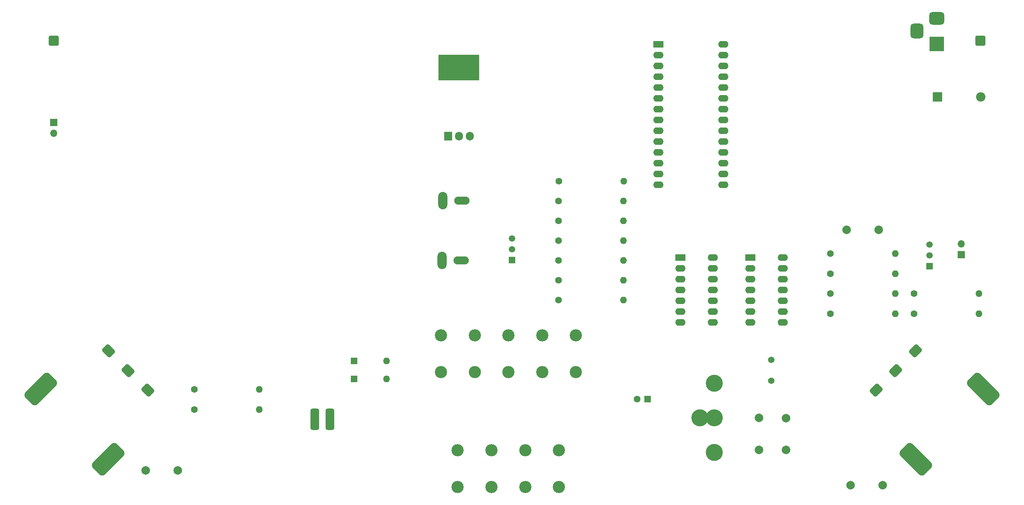
<source format=gbr>
%TF.GenerationSoftware,KiCad,Pcbnew,7.0.10*%
%TF.CreationDate,2024-02-29T16:26:42-05:00*%
%TF.ProjectId,Telstar Alpha,54656c73-7461-4722-9041-6c7068612e6b,0.1*%
%TF.SameCoordinates,Original*%
%TF.FileFunction,Soldermask,Top*%
%TF.FilePolarity,Negative*%
%FSLAX46Y46*%
G04 Gerber Fmt 4.6, Leading zero omitted, Abs format (unit mm)*
G04 Created by KiCad (PCBNEW 7.0.10) date 2024-02-29 16:26:42*
%MOMM*%
%LPD*%
G01*
G04 APERTURE LIST*
G04 Aperture macros list*
%AMRoundRect*
0 Rectangle with rounded corners*
0 $1 Rounding radius*
0 $2 $3 $4 $5 $6 $7 $8 $9 X,Y pos of 4 corners*
0 Add a 4 corners polygon primitive as box body*
4,1,4,$2,$3,$4,$5,$6,$7,$8,$9,$2,$3,0*
0 Add four circle primitives for the rounded corners*
1,1,$1+$1,$2,$3*
1,1,$1+$1,$4,$5*
1,1,$1+$1,$6,$7*
1,1,$1+$1,$8,$9*
0 Add four rect primitives between the rounded corners*
20,1,$1+$1,$2,$3,$4,$5,0*
20,1,$1+$1,$4,$5,$6,$7,0*
20,1,$1+$1,$6,$7,$8,$9,0*
20,1,$1+$1,$8,$9,$2,$3,0*%
G04 Aperture macros list end*
%ADD10C,0.150000*%
%ADD11C,2.865000*%
%ADD12C,1.600000*%
%ADD13O,1.600000X1.600000*%
%ADD14O,2.154000X4.104000*%
%ADD15O,3.604000X1.904000*%
%ADD16R,3.500000X3.500000*%
%ADD17RoundRect,0.750000X-1.000000X0.750000X-1.000000X-0.750000X1.000000X-0.750000X1.000000X0.750000X0*%
%ADD18RoundRect,0.750000X-0.750000X1.000000X-0.750000X-1.000000X0.750000X-1.000000X0.750000X1.000000X0*%
%ADD19O,3.500000X3.500000*%
%ADD20R,1.905000X2.000000*%
%ADD21O,1.905000X2.000000*%
%ADD22R,2.400000X1.600000*%
%ADD23O,2.400000X1.600000*%
%ADD24C,2.000000*%
%ADD25O,2.200000X2.200000*%
%ADD26R,2.200000X2.200000*%
%ADD27RoundRect,1.000000X-2.828427X1.414214X1.414214X-2.828427X2.828427X-1.414214X-1.414214X2.828427X0*%
%ADD28RoundRect,0.562500X-0.176777X-0.972272X0.972272X0.176777X0.176777X0.972272X-0.972272X-0.176777X0*%
%ADD29R,1.500000X1.500000*%
%ADD30C,1.500000*%
%ADD31RoundRect,0.250001X-0.899999X-0.899999X0.899999X-0.899999X0.899999X0.899999X-0.899999X0.899999X0*%
%ADD32R,1.600000X1.600000*%
%ADD33R,1.700000X1.700000*%
%ADD34O,1.700000X1.700000*%
%ADD35C,4.000000*%
%ADD36RoundRect,0.400000X-0.600000X-2.100000X0.600000X-2.100000X0.600000X2.100000X-0.600000X2.100000X0*%
%ADD37RoundRect,0.562500X-0.972272X0.176777X0.176777X-0.972272X0.972272X-0.176777X-0.176777X0.972272X0*%
%ADD38RoundRect,1.000000X1.414214X2.828427X-2.828427X-1.414214X-1.414214X-2.828427X2.828427X1.414214X0*%
G04 APERTURE END LIST*
D10*
X116802000Y-32859000D02*
X126200000Y-32859000D01*
X126200000Y-38701000D01*
X116802000Y-38701000D01*
X116802000Y-32859000D01*
G36*
X116802000Y-32859000D02*
G01*
X126200000Y-32859000D01*
X126200000Y-38701000D01*
X116802000Y-38701000D01*
X116802000Y-32859000D01*
G37*
D11*
%TO.C,SW2*%
X121250000Y-134390000D03*
X129170000Y-134390000D03*
X137090000Y-134390000D03*
X145010000Y-134390000D03*
X121250000Y-125750000D03*
X129170000Y-125750000D03*
X137090000Y-125750000D03*
X145010000Y-125750000D03*
%TD*%
%TO.C,SW3*%
X117320000Y-107390000D03*
X125240000Y-107390000D03*
X133160000Y-107390000D03*
X141080000Y-107390000D03*
X149000000Y-107390000D03*
X117320000Y-98750000D03*
X125240000Y-98750000D03*
X133160000Y-98750000D03*
X141080000Y-98750000D03*
X149000000Y-98750000D03*
%TD*%
D12*
%TO.C,R15*%
X144950000Y-90500000D03*
D13*
X160190000Y-90500000D03*
%TD*%
D14*
%TO.C,J6*%
X117757000Y-67134000D03*
D15*
X122257000Y-67134000D03*
%TD*%
D12*
%TO.C,R6*%
X228380000Y-93660000D03*
D13*
X243620000Y-93660000D03*
%TD*%
D16*
%TO.C,J2*%
X233750000Y-30250000D03*
D17*
X233750000Y-24250000D03*
D18*
X229050000Y-27250000D03*
%TD*%
D12*
%TO.C,R7*%
X59370000Y-111440000D03*
D13*
X74610000Y-111440000D03*
%TD*%
D14*
%TO.C,J5*%
X117549900Y-81134000D03*
D15*
X122049900Y-81134000D03*
%TD*%
D12*
%TO.C,R10*%
X144950000Y-67166700D03*
D13*
X160190000Y-67166700D03*
%TD*%
D12*
%TO.C,R3*%
X208722000Y-88970000D03*
D13*
X223962000Y-88970000D03*
%TD*%
D19*
%TO.C,U1*%
X121520000Y-35283000D03*
D20*
X118980000Y-51943000D03*
D21*
X121520000Y-51943000D03*
X124060000Y-51943000D03*
%TD*%
D22*
%TO.C,U4*%
X173525000Y-80500000D03*
D23*
X173525000Y-83040000D03*
X173525000Y-85580000D03*
X173525000Y-88120000D03*
X173525000Y-90660000D03*
X173525000Y-93200000D03*
X173525000Y-95740000D03*
X181145000Y-95740000D03*
X181145000Y-93200000D03*
X181145000Y-90660000D03*
X181145000Y-88120000D03*
X181145000Y-85580000D03*
X181145000Y-83040000D03*
X181145000Y-80500000D03*
%TD*%
D24*
%TO.C,C4*%
X198360000Y-125710000D03*
X198360000Y-118210000D03*
%TD*%
D25*
%TO.C,D1*%
X244080000Y-42750000D03*
D26*
X233920000Y-42750000D03*
%TD*%
D27*
%TO.C,RV2*%
X244646447Y-111411255D03*
X228835539Y-127929269D03*
D28*
X228711795Y-102448676D03*
X224115601Y-107044870D03*
X219519407Y-111641064D03*
%TD*%
D29*
%TO.C,Q1*%
X232000000Y-82540000D03*
D30*
X232000000Y-80000000D03*
X232000000Y-77460000D03*
%TD*%
D31*
%TO.C,J4*%
X244000000Y-29500000D03*
%TD*%
D32*
%TO.C,D3*%
X96940000Y-104750000D03*
D13*
X104560000Y-104750000D03*
%TD*%
D12*
%TO.C,R4*%
X208722000Y-93660000D03*
D13*
X223962000Y-93660000D03*
%TD*%
D29*
%TO.C,Q2*%
X134000000Y-81040000D03*
D30*
X134000000Y-78500000D03*
X134000000Y-75960000D03*
%TD*%
D31*
%TO.C,J3*%
X26350000Y-29500000D03*
%TD*%
D12*
%TO.C,R9*%
X144980000Y-62500000D03*
D13*
X160220000Y-62500000D03*
%TD*%
D33*
%TO.C,J1*%
X26350000Y-48702000D03*
D34*
X26350000Y-51242000D03*
%TD*%
D35*
%TO.C,SW4*%
X181500000Y-110050000D03*
X178100000Y-118150000D03*
X181500000Y-118150000D03*
X181500000Y-126250000D03*
%TD*%
D22*
%TO.C,U3*%
X190000000Y-80500000D03*
D23*
X190000000Y-83040000D03*
X190000000Y-85580000D03*
X190000000Y-88120000D03*
X190000000Y-90660000D03*
X190000000Y-93200000D03*
X190000000Y-95740000D03*
X197620000Y-95740000D03*
X197620000Y-93200000D03*
X197620000Y-90660000D03*
X197620000Y-88120000D03*
X197620000Y-85580000D03*
X197620000Y-83040000D03*
X197620000Y-80500000D03*
%TD*%
D30*
%TO.C,Y1*%
X194850000Y-109450000D03*
X194850000Y-104550000D03*
%TD*%
D12*
%TO.C,R8*%
X59370000Y-116190000D03*
D13*
X74610000Y-116190000D03*
%TD*%
D36*
%TO.C,SW1*%
X87722000Y-118500000D03*
X91278000Y-118500000D03*
%TD*%
D34*
%TO.C,LS1*%
X239500000Y-77235000D03*
D33*
X239500000Y-79775000D03*
%TD*%
D12*
%TO.C,R11*%
X144950000Y-71833300D03*
D13*
X160190000Y-71833300D03*
%TD*%
D24*
%TO.C,C1*%
X220092000Y-74000000D03*
X212592000Y-74000000D03*
%TD*%
D12*
%TO.C,R14*%
X144950000Y-85833300D03*
D13*
X160190000Y-85833300D03*
%TD*%
D32*
%TO.C,C2*%
X165865100Y-113730000D03*
D12*
X163365100Y-113730000D03*
%TD*%
D22*
%TO.C,U2*%
X168340000Y-30380000D03*
D23*
X168340000Y-32920000D03*
X168340000Y-35460000D03*
X168340000Y-38000000D03*
X168340000Y-40540000D03*
X168340000Y-43080000D03*
X168340000Y-45620000D03*
X168340000Y-48160000D03*
X168340000Y-50700000D03*
X168340000Y-53240000D03*
X168340000Y-55780000D03*
X168340000Y-58320000D03*
X168340000Y-60860000D03*
X168340000Y-63400000D03*
X183580000Y-63400000D03*
X183580000Y-60860000D03*
X183580000Y-58320000D03*
X183580000Y-55780000D03*
X183580000Y-53240000D03*
X183580000Y-50700000D03*
X183580000Y-48160000D03*
X183580000Y-45620000D03*
X183580000Y-43080000D03*
X183580000Y-40540000D03*
X183580000Y-38000000D03*
X183580000Y-35460000D03*
X183580000Y-32920000D03*
X183580000Y-30380000D03*
%TD*%
D12*
%TO.C,R13*%
X144950000Y-81166700D03*
D13*
X160190000Y-81166700D03*
%TD*%
D24*
%TO.C,C3*%
X192000000Y-125660000D03*
X192000000Y-118160000D03*
%TD*%
D12*
%TO.C,R2*%
X208722000Y-84280000D03*
D13*
X223962000Y-84280000D03*
%TD*%
D24*
%TO.C,C6*%
X221000000Y-134000000D03*
X213500000Y-134000000D03*
%TD*%
D12*
%TO.C,R1*%
X208722000Y-79590000D03*
D13*
X223962000Y-79590000D03*
%TD*%
D12*
%TO.C,R5*%
X228380000Y-88970000D03*
D13*
X243620000Y-88970000D03*
%TD*%
D32*
%TO.C,D2*%
X96940000Y-109000000D03*
D13*
X104560000Y-109000000D03*
%TD*%
D24*
%TO.C,C5*%
X48000000Y-130490000D03*
X55500000Y-130490000D03*
%TD*%
D12*
%TO.C,R12*%
X144950000Y-76500000D03*
D13*
X160190000Y-76500000D03*
%TD*%
D37*
%TO.C,RV1*%
X39258936Y-102448676D03*
X43855130Y-107044870D03*
X48451324Y-111641064D03*
D38*
X23324284Y-111411255D03*
X39135192Y-127929269D03*
%TD*%
M02*

</source>
